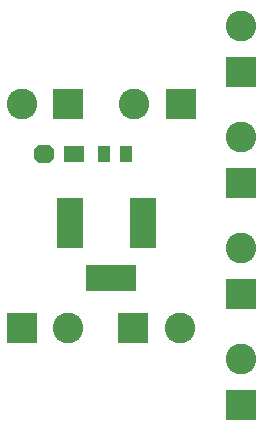
<source format=gts>
G04*
G04 #@! TF.GenerationSoftware,Altium Limited,Altium Designer,18.1.9 (240)*
G04*
G04 Layer_Color=8388736*
%FSLAX25Y25*%
%MOIN*%
G70*
G01*
G75*
%ADD16R,0.04300X0.05800*%
G04:AMPARAMS|DCode=17|XSize=68mil|YSize=58mil|CornerRadius=0mil|HoleSize=0mil|Usage=FLASHONLY|Rotation=180.000|XOffset=0mil|YOffset=0mil|HoleType=Round|Shape=Octagon|*
%AMOCTAGOND17*
4,1,8,-0.03400,0.01450,-0.03400,-0.01450,-0.01950,-0.02900,0.01950,-0.02900,0.03400,-0.01450,0.03400,0.01450,0.01950,0.02900,-0.01950,0.02900,-0.03400,0.01450,0.0*
%
%ADD17OCTAGOND17*%

%ADD18R,0.06800X0.05800*%
%ADD19R,0.10249X0.10249*%
%ADD20C,0.10249*%
%ADD21R,0.10249X0.10249*%
%ADD22R,0.08674X0.16548*%
%ADD23R,0.16548X0.08674*%
D16*
X426260Y280500D02*
D03*
X433741D02*
D03*
D17*
X406500Y280500D02*
D03*
D18*
X416500D02*
D03*
D19*
X414500Y297000D02*
D03*
X451874D02*
D03*
X436126Y222500D02*
D03*
X398909D02*
D03*
D20*
Y297000D02*
D03*
X436283D02*
D03*
X472000Y323217D02*
D03*
Y286217D02*
D03*
Y249217D02*
D03*
Y212217D02*
D03*
X451717Y222500D02*
D03*
X414500D02*
D03*
D21*
X472000Y307626D02*
D03*
Y270626D02*
D03*
Y233626D02*
D03*
Y196626D02*
D03*
D22*
X439409Y257500D02*
D03*
X415000D02*
D03*
D23*
X428780Y238996D02*
D03*
M02*

</source>
